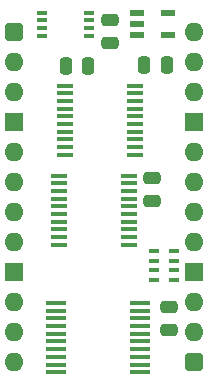
<source format=gts>
%TF.GenerationSoftware,KiCad,Pcbnew,9.0.2*%
%TF.CreationDate,2025-06-27T14:11:18+02:00*%
%TF.ProjectId,Clock Hold Standard,436c6f63-6b20-4486-9f6c-64205374616e,V0*%
%TF.SameCoordinates,Original*%
%TF.FileFunction,Soldermask,Top*%
%TF.FilePolarity,Negative*%
%FSLAX46Y46*%
G04 Gerber Fmt 4.6, Leading zero omitted, Abs format (unit mm)*
G04 Created by KiCad (PCBNEW 9.0.2) date 2025-06-27 14:11:18*
%MOMM*%
%LPD*%
G01*
G04 APERTURE LIST*
G04 Aperture macros list*
%AMRoundRect*
0 Rectangle with rounded corners*
0 $1 Rounding radius*
0 $2 $3 $4 $5 $6 $7 $8 $9 X,Y pos of 4 corners*
0 Add a 4 corners polygon primitive as box body*
4,1,4,$2,$3,$4,$5,$6,$7,$8,$9,$2,$3,0*
0 Add four circle primitives for the rounded corners*
1,1,$1+$1,$2,$3*
1,1,$1+$1,$4,$5*
1,1,$1+$1,$6,$7*
1,1,$1+$1,$8,$9*
0 Add four rect primitives between the rounded corners*
20,1,$1+$1,$2,$3,$4,$5,0*
20,1,$1+$1,$4,$5,$6,$7,0*
20,1,$1+$1,$6,$7,$8,$9,0*
20,1,$1+$1,$8,$9,$2,$3,0*%
G04 Aperture macros list end*
%ADD10RoundRect,0.250000X-0.475000X0.250000X-0.475000X-0.250000X0.475000X-0.250000X0.475000X0.250000X0*%
%ADD11RoundRect,0.250000X-0.250000X-0.475000X0.250000X-0.475000X0.250000X0.475000X-0.250000X0.475000X0*%
%ADD12R,1.150000X0.600000*%
%ADD13RoundRect,0.400000X-0.400000X-0.400000X0.400000X-0.400000X0.400000X0.400000X-0.400000X0.400000X0*%
%ADD14O,1.600000X1.600000*%
%ADD15R,1.600000X1.600000*%
%ADD16R,0.950000X0.450000*%
%ADD17R,1.475000X0.450000*%
%ADD18RoundRect,0.250000X0.250000X0.475000X-0.250000X0.475000X-0.250000X-0.475000X0.250000X-0.475000X0*%
%ADD19RoundRect,0.250000X0.475000X-0.250000X0.475000X0.250000X-0.475000X0.250000X-0.475000X-0.250000X0*%
%ADD20R,0.900000X0.450000*%
%ADD21R,1.800000X0.450000*%
G04 APERTURE END LIST*
D10*
%TO.C,C4*%
X13081000Y-23323000D03*
X13081000Y-25223000D03*
%TD*%
D11*
%TO.C,C10*%
X11004000Y-2794000D03*
X12904000Y-2794000D03*
%TD*%
D12*
%TO.C,IC1*%
X10384000Y1585000D03*
X10384000Y635000D03*
X10384000Y-315000D03*
X12984000Y-315000D03*
X12984000Y1585000D03*
%TD*%
D13*
%TO.C,J1*%
X0Y0D03*
D14*
X0Y-2540000D03*
X0Y-5080000D03*
D15*
X0Y-7620000D03*
D14*
X0Y-10160000D03*
X0Y-12700000D03*
X0Y-15240000D03*
X0Y-17780000D03*
D15*
X0Y-20320000D03*
D14*
X0Y-22860000D03*
X0Y-25400000D03*
X0Y-27940000D03*
D13*
X15240000Y-27940000D03*
D14*
X15240000Y-25400000D03*
X15240000Y-22860000D03*
D15*
X15240000Y-20320000D03*
D14*
X15240000Y-17780000D03*
X15240000Y-15240000D03*
X15240000Y-12700000D03*
X15240000Y-10160000D03*
D15*
X15240000Y-7620000D03*
D14*
X15240000Y-5080000D03*
X15240000Y-2540000D03*
X15240000Y0D03*
%TD*%
D16*
%TO.C,IC3*%
X2343000Y1610000D03*
X2343000Y960000D03*
X2343000Y310000D03*
X2343000Y-340000D03*
X6293000Y-340000D03*
X6293000Y310000D03*
X6293000Y960000D03*
X6293000Y1610000D03*
%TD*%
D17*
%TO.C,IC2*%
X3793000Y-12188000D03*
X3793000Y-12838000D03*
X3793000Y-13488000D03*
X3793000Y-14138000D03*
X3793000Y-14788000D03*
X3793000Y-15438000D03*
X3793000Y-16088000D03*
X3793000Y-16738000D03*
X3793000Y-17388000D03*
X3793000Y-18038000D03*
X9669000Y-18038000D03*
X9669000Y-17388000D03*
X9669000Y-16738000D03*
X9669000Y-16088000D03*
X9669000Y-15438000D03*
X9669000Y-14788000D03*
X9669000Y-14138000D03*
X9669000Y-13488000D03*
X9669000Y-12838000D03*
X9669000Y-12188000D03*
%TD*%
D18*
%TO.C,C2*%
X6268000Y-2921000D03*
X4368000Y-2921000D03*
%TD*%
D19*
%TO.C,C11*%
X8128000Y-934000D03*
X8128000Y966000D03*
%TD*%
D17*
%TO.C,IC5*%
X4301000Y-4568000D03*
X4301000Y-5218000D03*
X4301000Y-5868000D03*
X4301000Y-6518000D03*
X4301000Y-7168000D03*
X4301000Y-7818000D03*
X4301000Y-8468000D03*
X4301000Y-9118000D03*
X4301000Y-9768000D03*
X4301000Y-10418000D03*
X10177000Y-10418000D03*
X10177000Y-9768000D03*
X10177000Y-9118000D03*
X10177000Y-8468000D03*
X10177000Y-7818000D03*
X10177000Y-7168000D03*
X10177000Y-6518000D03*
X10177000Y-5868000D03*
X10177000Y-5218000D03*
X10177000Y-4568000D03*
%TD*%
D20*
%TO.C,RN1*%
X11850000Y-18592800D03*
X11850000Y-19392800D03*
X11850000Y-20192800D03*
X11850000Y-20992800D03*
X13550000Y-20992800D03*
X13550000Y-20192800D03*
X13550000Y-19392800D03*
X13550000Y-18592800D03*
%TD*%
D10*
%TO.C,C1*%
X11684000Y-12401000D03*
X11684000Y-14301000D03*
%TD*%
D21*
%TO.C,IC4*%
X3562000Y-22983000D03*
X3562000Y-23633000D03*
X3562000Y-24283000D03*
X3562000Y-24933000D03*
X3562000Y-25583000D03*
X3562000Y-26233000D03*
X3562000Y-26883000D03*
X3562000Y-27533000D03*
X3562000Y-28183000D03*
X3562000Y-28833000D03*
X10662000Y-28833000D03*
X10662000Y-28183000D03*
X10662000Y-27533000D03*
X10662000Y-26883000D03*
X10662000Y-26233000D03*
X10662000Y-25583000D03*
X10662000Y-24933000D03*
X10662000Y-24283000D03*
X10662000Y-23633000D03*
X10662000Y-22983000D03*
%TD*%
M02*

</source>
